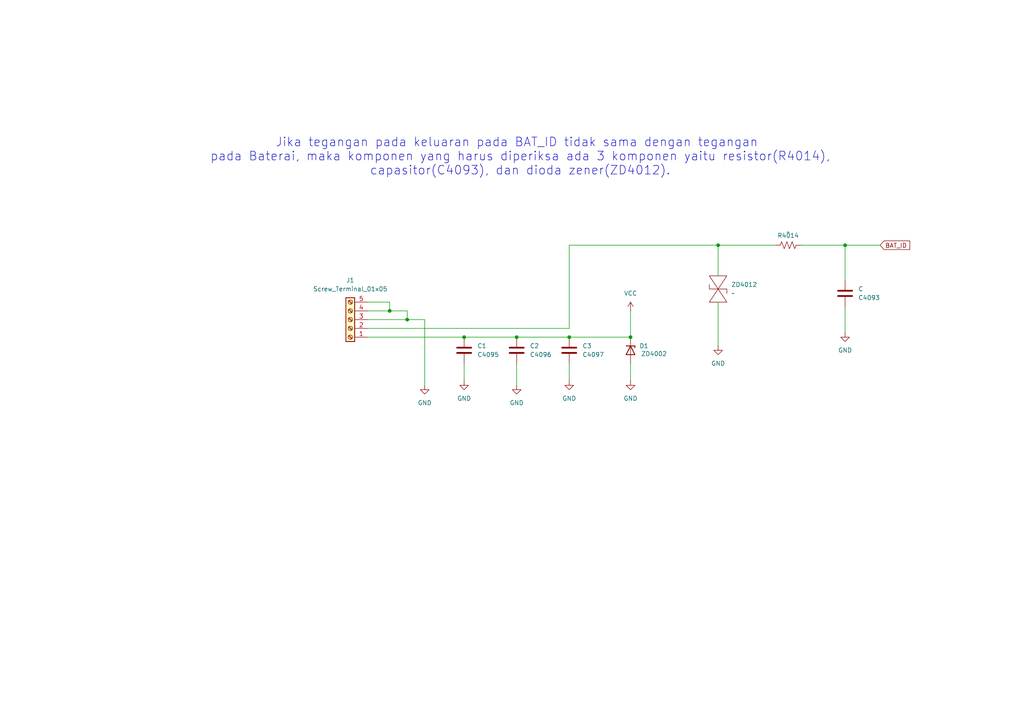
<source format=kicad_sch>
(kicad_sch (version 20250114) (generator "eeschema") (generator_version "9.0")
  (paper "A4")
  (lib_symbols
    (symbol "Connector:Screw_Terminal_01x05" (pin_names (offset 1.016) (hide yes))
      (property "Reference" "J" (at 0 7.62 0))
      (property "Value" "Screw_Terminal_01x05" (at 0 -7.62 0))
      (symbol "Screw_Terminal_01x05_1_1"
        (rectangle (start -1.27 6.35) (end 1.27 -6.35) (stroke (width 0.254)) (fill (type background)))
        (polyline (pts (xy -0.5334 5.4102) (xy 0.3302 4.572)) (stroke (width 0.1524)))
        (polyline (pts (xy -0.5334 2.8702) (xy 0.3302 2.032)) (stroke (width 0.1524)))
        (polyline (pts (xy -0.5334 0.3302) (xy 0.3302 -0.508)) (stroke (width 0.1524)))
        (polyline (pts (xy -0.5334 -2.2098) (xy 0.3302 -3.048)) (stroke (width 0.1524)))
        (polyline (pts (xy -0.5334 -4.7498) (xy 0.3302 -5.588)) (stroke (width 0.1524)))
        (polyline (pts (xy -0.3556 5.588) (xy 0.508 4.7498)) (stroke (width 0.1524)))
        (polyline (pts (xy -0.3556 3.048) (xy 0.508 2.2098)) (stroke (width 0.1524)))
        (polyline (pts (xy -0.3556 0.508) (xy 0.508 -0.3302)) (stroke (width 0.1524)))
        (polyline (pts (xy -0.3556 -2.032) (xy 0.508 -2.8702)) (stroke (width 0.1524)))
        (polyline (pts (xy -0.3556 -4.572) (xy 0.508 -5.4102)) (stroke (width 0.1524)))
        (circle (center 0 5.08) (radius 0.635) (stroke (width 0.1524)))
        (circle (center 0 2.54) (radius 0.635) (stroke (width 0.1524)))
        (circle (center 0 0) (radius 0.635) (stroke (width 0.1524)))
        (circle (center 0 -2.54) (radius 0.635) (stroke (width 0.1524)))
        (circle (center 0 -5.08) (radius 0.635) (stroke (width 0.1524)))
        (pin passive line (at -5.08 5.08 0) (length 3.81) (name "Pin_1") (number "1"))
        (pin passive line (at -5.08 2.54 0) (length 3.81) (name "Pin_2") (number "2"))
        (pin passive line (at -5.08 0 0) (length 3.81) (name "Pin_3") (number "3"))
        (pin passive line (at -5.08 -2.54 0) (length 3.81) (name "Pin_4") (number "4"))
        (pin passive line (at -5.08 -5.08 0) (length 3.81) (name "Pin_5") (number "5"))
      )
    )
    (symbol "Device:C" (pin_numbers (hide yes)) (pin_names (offset 0.254))
      (property "Reference" "C" (at 0.635 2.54 0))
      (property "Value" "C" (at 0.635 -2.54 0))
      (symbol "C_0_1"
        (polyline (pts (xy -2.032 0.762) (xy 2.032 0.762)) (stroke (width 0.508)))
        (polyline (pts (xy -2.032 -0.762) (xy 2.032 -0.762)) (stroke (width 0.508)))
      )
      (symbol "C_1_1"
        (pin passive line (at 0 3.81 270) (length 2.794) (name "~") (number "1"))
        (pin passive line (at 0 -3.81 90) (length 2.794) (name "~") (number "2"))
      )
    )
    (symbol "Device:D_Zener" (pin_numbers (hide yes)) (pin_names (offset 1.016) (hide yes))
      (property "Reference" "D" (at 0 2.54 0))
      (property "Value" "D_Zener" (at 0 -2.54 0))
      (symbol "D_Zener_0_1"
        (polyline (pts (xy -1.27 -1.27) (xy -1.27 1.27) (xy -0.762 1.27)) (stroke (width 0.254)))
        (polyline (pts (xy 1.27 0) (xy -1.27 0)))
        (polyline (pts (xy 1.27 -1.27) (xy 1.27 1.27) (xy -1.27 0) (xy 1.27 -1.27)) (stroke (width 0.254)))
      )
      (symbol "D_Zener_1_1"
        (pin passive line (at -3.81 0 0) (length 2.54) (name "K") (number "1"))
        (pin passive line (at 3.81 0 180) (length 2.54) (name "A") (number "2"))
      )
    )
    (symbol "Device:R_US" (pin_numbers (hide yes)) (pin_names (offset 0))
      (property "Reference" "R" (at 2.54 0 90))
      (property "Value" "R_US" (at -2.54 0 90))
      (symbol "R_US_0_1"
        (polyline (pts (xy 0 2.286) (xy 0 2.54)))
        (polyline (pts (xy 0 2.286) (xy 1.016 1.905) (xy 0 1.524) (xy -1.016 1.143) (xy 0 0.762)))
        (polyline (pts (xy 0 0.762) (xy 1.016 0.381) (xy 0 0) (xy -1.016 -0.381) (xy 0 -0.762)))
        (polyline (pts (xy 0 -0.762) (xy 1.016 -1.143) (xy 0 -1.524) (xy -1.016 -1.905) (xy 0 -2.286)))
        (polyline (pts (xy 0 -2.286) (xy 0 -2.54)))
      )
      (symbol "R_US_1_1"
        (pin passive line (at 0 3.81 270) (length 1.27) (name "~") (number "1"))
        (pin passive line (at 0 -3.81 90) (length 1.27) (name "~") (number "2"))
      )
    )
    (symbol "dioda zener:dioda_zener"
      (property "Reference" "dioda" (at 6.858 2.794 0))
      (symbol "dioda_zener_0_1"
        (polyline (pts (xy -10.16 15.24) (xy -10.16 15.24)))
        (polyline (pts (xy 5.08 15.24) (xy 10.16 15.24) (xy 7.62 11.43) (xy 5.08 15.24)))
        (polyline (pts (xy 5.08 12.7) (xy 5.08 11.43) (xy 10.16 11.43) (xy 10.16 10.16)))
        (polyline (pts (xy 7.62 11.43) (xy 5.08 7.62) (xy 10.16 7.62) (xy 7.62 11.43)))
      )
    )
    (symbol "power:GND" (power) (pin_numbers (hide yes)) (pin_names (offset 0) (hide yes))
      (property "Value" "GND" (at 0 -3.81 0))
      (symbol "GND_0_1"
        (polyline (pts (xy 0 0) (xy 0 -1.27) (xy 1.27 -1.27) (xy 0 -2.54) (xy -1.27 -1.27) (xy 0 -1.27)))
      )
      (symbol "GND_1_1"
        (pin power_in line (at 0 0 270) (length 0) (name "~") (number "1"))
      )
    )
    (symbol "power:VCC" (power) (pin_numbers (hide yes)) (pin_names (offset 0) (hide yes))
      (property "Value" "VCC" (at 0 3.556 0))
      (symbol "VCC_0_1"
        (polyline (pts (xy -0.762 1.27) (xy 0 2.54)))
        (polyline (pts (xy 0 2.54) (xy 0.762 1.27)))
        (polyline (pts (xy 0 0) (xy 0 2.54)))
      )
      (symbol "VCC_1_1"
        (pin power_in line (at 0 0 90) (length 0) (name "~") (number "1"))
      )
    )
  )
  (text "Jika tegangan pada keluaran pada BAT_ID tidak sama dengan tegangan \npada Baterai, maka komponen yang harus diperiksa ada 3 komponen yaitu resistor(R4014),\ncapasitor(C4093), dan dioda zener(ZD4012)." (at 150.876 45.466 0) (effects (font (size 2.54 2.54))))
  (junction (at 134.62 97.79))
  (junction (at 245.11 71.12))
  (junction (at 113.03 90.17))
  (junction (at 165.1 97.79))
  (junction (at 208.28 71.12))
  (junction (at 118.11 92.71))
  (junction (at 182.88 97.79))
  (junction (at 149.86 97.79))
  (wire (pts (xy 118.11 92.71) (xy 123.19 92.71)))
  (wire (pts (xy 106.68 97.79) (xy 134.62 97.79)))
  (wire (pts (xy 106.68 95.25) (xy 165.1 95.25)))
  (wire (pts (xy 149.86 97.79) (xy 165.1 97.79)))
  (wire (pts (xy 123.19 92.71) (xy 123.19 111.76)))
  (wire (pts (xy 165.1 95.25) (xy 165.1 71.12)))
  (wire (pts (xy 165.1 71.12) (xy 208.28 71.12)))
  (wire (pts (xy 232.41 71.12) (xy 245.11 71.12)))
  (wire (pts (xy 182.88 90.17) (xy 182.88 97.79)))
  (wire (pts (xy 113.03 90.17) (xy 118.11 90.17)))
  (wire (pts (xy 245.11 71.12) (xy 245.11 81.28)))
  (wire (pts (xy 245.11 71.12) (xy 255.27 71.12)))
  (wire (pts (xy 134.62 105.41) (xy 134.62 110.49)))
  (wire (pts (xy 208.28 87.63) (xy 208.28 100.33)))
  (wire (pts (xy 113.03 87.63) (xy 113.03 90.17)))
  (wire (pts (xy 208.28 71.12) (xy 208.28 80.01)))
  (wire (pts (xy 106.68 87.63) (xy 113.03 87.63)))
  (wire (pts (xy 182.88 105.41) (xy 182.88 110.49)))
  (wire (pts (xy 149.86 105.41) (xy 149.86 111.76)))
  (wire (pts (xy 118.11 90.17) (xy 118.11 92.71)))
  (wire (pts (xy 208.28 71.12) (xy 224.79 71.12)))
  (wire (pts (xy 106.68 90.17) (xy 113.03 90.17)))
  (wire (pts (xy 134.62 97.79) (xy 149.86 97.79)))
  (wire (pts (xy 245.11 88.9) (xy 245.11 96.52)))
  (wire (pts (xy 165.1 105.41) (xy 165.1 110.49)))
  (wire (pts (xy 106.68 92.71) (xy 118.11 92.71)))
  (wire (pts (xy 165.1 97.79) (xy 182.88 97.79)))
  (global_label "BAT_ID" (shape input) (at 255.27 71.12 0) (property "Intersheetrefs" "${INTERSHEET_REFS}" (effects (hide yes))))
  (symbol (lib_id "power:GND") (at 245.11 96.52 0) (unit 1)
    (property "Reference" "#PWR07" (effects (hide yes)))
    (property "Value" "GND" (at 245.11 101.6 0))
    (property "Description" "Power symbol creates a global label with name \"GND\" , ground" (effects (hide yes)))
  )
  (symbol (lib_id "power:GND") (at 134.62 110.49 0) (unit 1)
    (property "Reference" "#PWR05" (effects (hide yes)))
    (property "Value" "GND" (at 134.62 115.57 0))
    (property "Description" "Power symbol creates a global label with name \"GND\" , ground" (effects (hide yes)))
  )
  (symbol (lib_id "Device:D_Zener") (at 182.88 101.6 270) (unit 1)
    (property "Reference" "D1" (at 185.42 100.3299 90) (effects (justify left)))
    (property "Value" "ZD4002" (at 185.928 102.616 90) (effects (justify left)))
    (property "Description" "Zener diode" (effects (hide yes)))
  )
  (symbol (lib_id "power:GND") (at 149.86 111.76 0) (unit 1)
    (property "Reference" "#PWR04" (effects (hide yes)))
    (property "Value" "GND" (at 149.86 116.84 0))
    (property "Description" "Power symbol creates a global label with name \"GND\" , ground" (effects (hide yes)))
  )
  (symbol (lib_id "power:VCC") (at 182.88 90.17 0) (unit 1)
    (property "Reference" "#PWR01" (effects (hide yes)))
    (property "Value" "VCC" (at 182.88 85.09 0))
    (property "Description" "Power symbol creates a global label with name \"VCC\"" (effects (hide yes)))
  )
  (symbol (lib_id "Connector:Screw_Terminal_01x05") (at 101.6 92.71 180) (unit 1)
    (property "Reference" "J1" (at 101.6 81.28 0))
    (property "Value" "Screw_Terminal_01x05" (at 101.6 83.82 0))
    (property "Description" "Generic screw terminal, single row, 01x05, script generated (kicad-library-utils/schlib/autogen/connector/)" (effects (hide yes)))
  )
  (symbol (lib_id "Device:C") (at 165.1 101.6 0) (unit 1)
    (property "Reference" "C3" (at 168.91 100.3299 0) (effects (justify left)))
    (property "Value" "C4097" (at 168.91 102.8699 0) (effects (justify left)))
    (property "Description" "Unpolarized capacitor" (effects (hide yes)))
  )
  (symbol (lib_id "Device:C") (at 245.11 85.09 0) (unit 1)
    (property "Reference" "C" (at 248.92 83.8199 0) (effects (justify left)))
    (property "Value" "C4093" (at 248.92 86.3599 0) (effects (justify left)))
    (property "Description" "Unpolarized capacitor" (effects (hide yes)))
  )
  (symbol (lib_id "Device:C") (at 134.62 101.6 0) (unit 1)
    (property "Reference" "C1" (at 138.43 100.3299 0) (effects (justify left)))
    (property "Value" "C4095" (at 138.43 102.8699 0) (effects (justify left)))
    (property "Description" "Unpolarized capacitor" (effects (hide yes)))
  )
  (symbol (lib_id "dioda zener:dioda_zener") (at 200.66 95.25 0) (unit 1)
    (property "Reference" "ZD4012" (at 212.09 82.5499 0) (effects (justify left)))
    (property "Value" "~" (at 212.09 85.0899 0) (effects (justify left)))
  )
  (symbol (lib_id "power:GND") (at 208.28 100.33 0) (unit 1)
    (property "Reference" "#PWR06" (effects (hide yes)))
    (property "Value" "GND" (at 208.28 105.41 0))
    (property "Description" "Power symbol creates a global label with name \"GND\" , ground" (effects (hide yes)))
  )
  (symbol (lib_id "Device:R_US") (at 228.6 71.12 90) (unit 1)
    (property "Reference" "R4014" (at 228.6 68.326 90))
    (property "Value" "~" (at 228.6 67.31 90))
    (property "Description" "Resistor, US symbol" (effects (hide yes)))
  )
  (symbol (lib_id "power:GND") (at 182.88 110.49 0) (unit 1)
    (property "Reference" "#PWR02" (effects (hide yes)))
    (property "Value" "GND" (at 182.88 115.57 0))
    (property "Description" "Power symbol creates a global label with name \"GND\" , ground" (effects (hide yes)))
  )
  (symbol (lib_id "power:GND") (at 123.19 111.76 0) (unit 1)
    (property "Reference" "#PWR08" (effects (hide yes)))
    (property "Value" "GND" (at 123.19 116.84 0))
    (property "Description" "Power symbol creates a global label with name \"GND\" , ground" (effects (hide yes)))
  )
  (symbol (lib_id "power:GND") (at 165.1 110.49 0) (unit 1)
    (property "Reference" "#PWR03" (effects (hide yes)))
    (property "Value" "GND" (at 165.1 115.57 0))
    (property "Description" "Power symbol creates a global label with name \"GND\" , ground" (effects (hide yes)))
  )
  (symbol (lib_id "Device:C") (at 149.86 101.6 0) (unit 1)
    (property "Reference" "C2" (at 153.67 100.3299 0) (effects (justify left)))
    (property "Value" "C4096" (at 153.67 102.8699 0) (effects (justify left)))
    (property "Description" "Unpolarized capacitor" (effects (hide yes)))
  )
)
</source>
